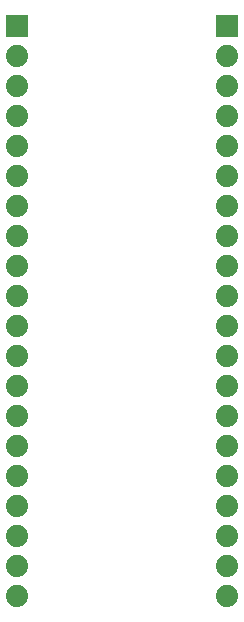
<source format=gbs>
G04 #@! TF.FileFunction,Soldermask,Bot*
%FSLAX46Y46*%
G04 Gerber Fmt 4.6, Leading zero omitted, Abs format (unit mm)*
G04 Created by KiCad (PCBNEW 4.0.6) date Wed Sep 20 09:51:15 2017*
%MOMM*%
%LPD*%
G01*
G04 APERTURE LIST*
%ADD10C,0.100000*%
%ADD11C,1.879600*%
%ADD12R,1.879600X1.879600*%
G04 APERTURE END LIST*
D10*
D11*
X133350000Y-124460000D03*
X133350000Y-127000000D03*
X133350000Y-132080000D03*
X133350000Y-129540000D03*
X133350000Y-119380000D03*
X133350000Y-121920000D03*
X133350000Y-116840000D03*
X133350000Y-114300000D03*
X133350000Y-109220000D03*
X133350000Y-111760000D03*
X133350000Y-106680000D03*
X133350000Y-104140000D03*
X133350000Y-99060000D03*
X133350000Y-101600000D03*
X133350000Y-96520000D03*
X133350000Y-93980000D03*
D12*
X133350000Y-83820000D03*
D11*
X133350000Y-86360000D03*
X133350000Y-88900000D03*
X133350000Y-91440000D03*
X151130000Y-124460000D03*
X151130000Y-127000000D03*
X151130000Y-132080000D03*
X151130000Y-129540000D03*
X151130000Y-119380000D03*
X151130000Y-121920000D03*
X151130000Y-116840000D03*
X151130000Y-114300000D03*
X151130000Y-109220000D03*
X151130000Y-111760000D03*
X151130000Y-106680000D03*
X151130000Y-104140000D03*
X151130000Y-99060000D03*
X151130000Y-101600000D03*
X151130000Y-96520000D03*
X151130000Y-93980000D03*
D12*
X151130000Y-83820000D03*
D11*
X151130000Y-86360000D03*
X151130000Y-88900000D03*
X151130000Y-91440000D03*
M02*

</source>
